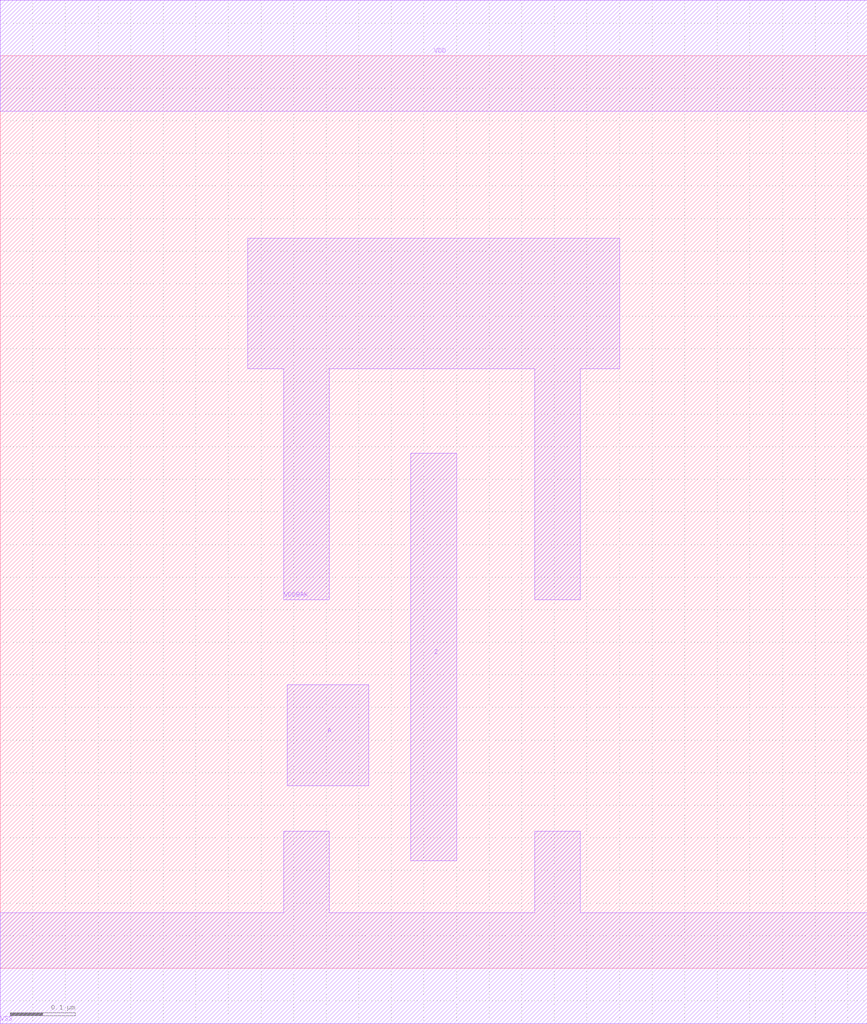
<source format=lef>
# 
# ******************************************************************************
# *                                                                            *
# *                   Copyright (C) 2004-2011, Nangate Inc.                    *
# *                           All rights reserved.                             *
# *                                                                            *
# * Nangate and the Nangate logo are trademarks of Nangate Inc.                *
# *                                                                            *
# * All trademarks, logos, software marks, and trade names (collectively the   *
# * "Marks") in this program are proprietary to Nangate or other respective    *
# * owners that have granted Nangate the right and license to use such Marks.  *
# * You are not permitted to use the Marks without the prior written consent   *
# * of Nangate or such third party that may own the Marks.                     *
# *                                                                            *
# * This file has been provided pursuant to a License Agreement containing     *
# * restrictions on its use. This file contains valuable trade secrets and     *
# * proprietary information of Nangate Inc., and is protected by U.S. and      *
# * international laws and/or treaties.                                        *
# *                                                                            *
# * The copyright notice(s) in this file does not indicate actual or intended  *
# * publication of this file.                                                  *
# *                                                                            *
# *     NGLibraryCreator, v2010.08-HR32-SP3-2010-08-05 - build 1009061800      *
# *                                                                            *
# ******************************************************************************
# 
# 
# Running on server08.nangate.com for user Giancarlo Franciscatto (gfr).
# Local time is now Thu, 6 Jan 2011, 18:10:28.
# Main process id is 3320.

VERSION 5.6 ;
BUSBITCHARS "[]" ;
DIVIDERCHAR "/" ;

MACRO AON_INV_X4
  CLASS core ;
  FOREIGN AON_INV_X4 0.0 0.0 ;
  ORIGIN 0 0 ;
  SYMMETRY X Y ;
  SITE FreePDK45_38x28_10R_NP_162NW_34O ;
  SIZE 1.33 BY 1.4 ;
  PIN A
    DIRECTION INPUT ;
    ANTENNAPARTIALMETALAREA 0.019375 LAYER metal1 ;
    ANTENNAPARTIALMETALSIDEAREA 0.0728 LAYER metal1 ;
    ANTENNAGATEAREA 0.045 ;
    PORT
      LAYER metal1 ;
        POLYGON 0.44 0.28 0.565 0.28 0.565 0.435 0.44 0.435  ;
    END
  END A
  PIN Z
    DIRECTION OUTPUT ;
    ANTENNAPARTIALMETALAREA 0.04375 LAYER metal1 ;
    ANTENNAPARTIALMETALSIDEAREA 0.1807 LAYER metal1 ;
    ANTENNADIFFAREA 0.06525 ;
    PORT
      LAYER metal1 ;
        POLYGON 0.63 0.165 0.7 0.165 0.7 0.79 0.63 0.79  ;
    END
  END Z
  PIN VDD
    DIRECTION INOUT ;
    USE power ;
    SHAPE ABUTMENT ;
    PORT
      LAYER metal1 ;
        POLYGON 0 1.315 1.33 1.315 1.33 1.485 0 1.485  ;
    END
  END VDD
  PIN VDDBAK
    DIRECTION INOUT ;
    USE power ;
    SHAPE ABUTMENT ;
    PORT
      LAYER metal1 ;
        POLYGON 0.38 0.92 0.435 0.92 0.435 0.565 0.505 0.565 0.505 0.92 0.82 0.92 0.82 0.565 0.89 0.565 0.89 0.92 0.95 0.92 0.95 1.12 0.38 1.12  ;
    END
  END VDDBAK
  PIN VSS
    DIRECTION INOUT ;
    USE ground ;
    SHAPE ABUTMENT ;
    PORT
      LAYER metal1 ;
        POLYGON 0 -0.085 1.33 -0.085 1.33 0.085 0.89 0.085 0.89 0.21 0.82 0.21 0.82 0.085 0.505 0.085 0.505 0.21 0.435 0.21 0.435 0.085 0 0.085  ;
    END
  END VSS
END AON_INV_X4

END LIBRARY
#
# End of file
#

</source>
